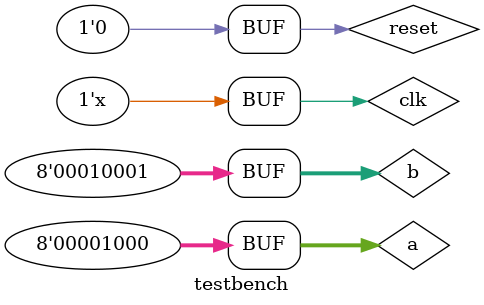
<source format=v>
`timescale 1ns/100ps
module testbench;
    // input
    reg clk;
    reg reset;
    reg [7:0] a;
    reg [7:0] b;
    //output
    wire [7:0] c;
    adder uut(
        // 左邊的clk是adder裡面宣告input的clk，而括弧內的clk為testbench所產生的clk
        .clk(clk),
        .reset(reset),
        .a(a),
        .b(b),  
        .c(c)  
    );
    // This block executes once at the beginning of the simulation
    // initial execute from top to bottom
    initial begin
        clk = 0;
        reset = 0;
        a = 0;
        b = 0;
        // #10 means 10 time unit passed
        #10;
        reset = 1;
        #10;
        reset = 0;
        // test case at 100 s 
        #100;
        a = 4;
        b = 7;
        #10;
        a = 8;
        b = 17;
    end
    initial begin // need for vvp to generate wcd wave file
        $dumpfile("wave.vcd");
        $dumpvars(0, testbench);
    end
    // reverse clk every 5 time unit
    always #5 clk = ~clk;
endmodule

</source>
